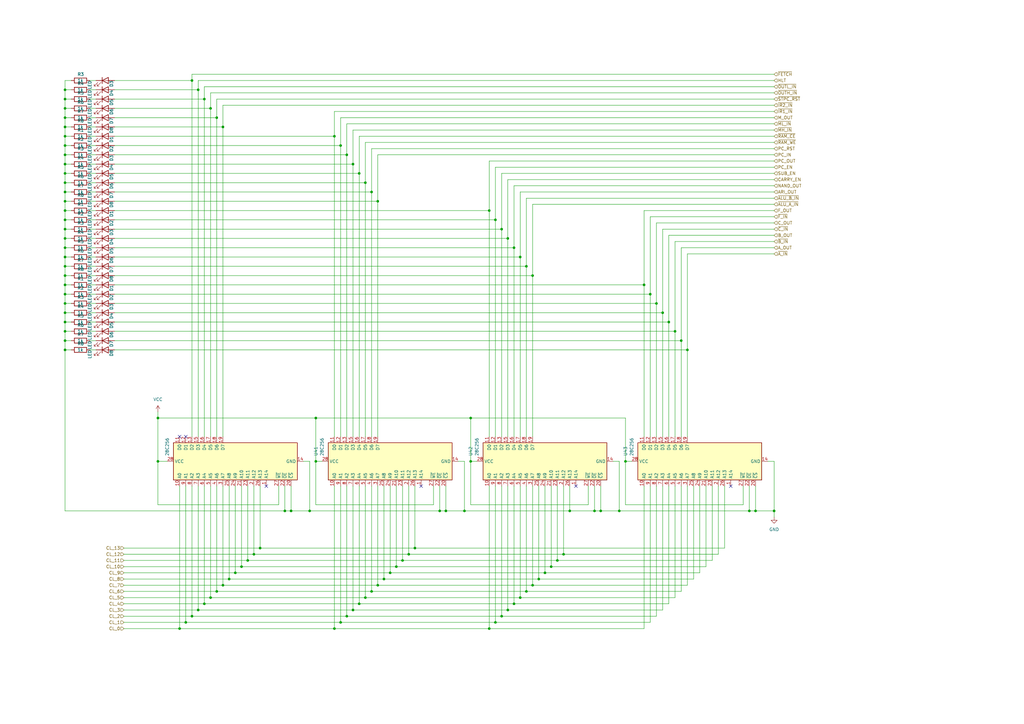
<source format=kicad_sch>
(kicad_sch (version 20230121) (generator eeschema)
  (paper "A3")
  (lib_symbols
    (symbol "Device:LED" (pin_numbers hide) (pin_names (offset 1.016) hide)
      (property "Reference" "D" (at 0 2.54 0))
      (property "Value" "LED" (at 0 -2.54 0))
      (symbol "LED_1_1"
        (pin passive line (at -3.81 0 0) (length 2.54) (name "K") (number "1"))
        (pin passive line (at 3.81 0 180) (length 2.54) (name "A") (number "2"))
      )
    )
    (symbol "Device:R" (pin_numbers hide) (pin_names (offset 0))
      (property "Reference" "R" (at 2.032 0 90))
      (property "Value" "R" (at 0 0 90))
      (symbol "R_1_1"
        (pin passive line (at 0 3.81 270) (length 1.27) (name "~") (number "1"))
        (pin passive line (at 0 -3.81 90) (length 1.27) (name "~") (number "2"))
      )
    )
    (symbol "Memory_EEPROM:28C256"
      (property "Reference" "U" (at -7.62 26.67 0))
      (property "Value" "28C256" (at 2.54 -26.67 0))
      (symbol "28C256_1_1"
        (pin input line (at -10.16 -12.7 0) (length 2.54) (name "A14") (number "1"))
        (pin input line (at -10.16 22.86 0) (length 2.54) (name "A0") (number "10"))
        (pin tri_state line (at 10.16 22.86 180) (length 2.54) (name "D0") (number "11"))
        (pin tri_state line (at 10.16 20.32 180) (length 2.54) (name "D1") (number "12"))
        (pin tri_state line (at 10.16 17.78 180) (length 2.54) (name "D2") (number "13"))
        (pin power_in line (at 0 -27.94 90) (length 2.54) (name "GND") (number "14"))
        (pin tri_state line (at 10.16 15.24 180) (length 2.54) (name "D3") (number "15"))
        (pin tri_state line (at 10.16 12.7 180) (length 2.54) (name "D4") (number "16"))
        (pin tri_state line (at 10.16 10.16 180) (length 2.54) (name "D5") (number "17"))
        (pin tri_state line (at 10.16 7.62 180) (length 2.54) (name "D6") (number "18"))
        (pin tri_state line (at 10.16 5.08 180) (length 2.54) (name "D7") (number "19"))
        (pin input line (at -10.16 -7.62 0) (length 2.54) (name "A12") (number "2"))
        (pin input line (at -10.16 -22.86 0) (length 2.54) (name "~{CS}") (number "20"))
        (pin input line (at -10.16 -2.54 0) (length 2.54) (name "A10") (number "21"))
        (pin input line (at -10.16 -20.32 0) (length 2.54) (name "~{OE}") (number "22"))
        (pin input line (at -10.16 -5.08 0) (length 2.54) (name "A11") (number "23"))
        (pin input line (at -10.16 0 0) (length 2.54) (name "A9") (number "24"))
        (pin input line (at -10.16 2.54 0) (length 2.54) (name "A8") (number "25"))
        (pin input line (at -10.16 -10.16 0) (length 2.54) (name "A13") (number "26"))
        (pin input line (at -10.16 -17.78 0) (length 2.54) (name "~{WE}") (number "27"))
        (pin power_in line (at 0 27.94 270) (length 2.54) (name "VCC") (number "28"))
        (pin input line (at -10.16 5.08 0) (length 2.54) (name "A7") (number "3"))
        (pin input line (at -10.16 7.62 0) (length 2.54) (name "A6") (number "4"))
        (pin input line (at -10.16 10.16 0) (length 2.54) (name "A5") (number "5"))
        (pin input line (at -10.16 12.7 0) (length 2.54) (name "A4") (number "6"))
        (pin input line (at -10.16 15.24 0) (length 2.54) (name "A3") (number "7"))
        (pin input line (at -10.16 17.78 0) (length 2.54) (name "A2") (number "8"))
        (pin input line (at -10.16 20.32 0) (length 2.54) (name "A1") (number "9"))
      )
    )
    (symbol "power:GND" (power) (pin_names (offset 0))
      (property "Value" "GND" (at 0 -3.81 0))
      (symbol "GND_1_1"
        (pin power_in line (at 0 0 270) (length 0) hide (name "GND") (number "1"))
      )
    )
    (symbol "power:VCC" (power) (pin_names (offset 0))
      (property "Value" "VCC" (at 0 3.81 0))
      (symbol "VCC_1_1"
        (pin power_in line (at 0 0 90) (length 0) hide (name "VCC") (number "1"))
      )
    )
  )
  (junction (at 144.78 250.19))
  (junction (at 223.52 234.95))
  (junction (at 139.7 255.27))
  (junction (at 73.66 257.81))
  (junction (at 101.6 229.87))
  (junction (at 26.67 90.17))
  (junction (at 26.67 74.93))
  (junction (at 182.88 209.55))
  (junction (at 147.32 247.65))
  (junction (at 213.36 105.41))
  (junction (at 266.7 120.65))
  (junction (at 83.82 247.65))
  (junction (at 26.67 113.03))
  (junction (at 254 209.55))
  (junction (at 228.6 229.87))
  (junction (at 26.67 93.98))
  (junction (at 129.54 189.23))
  (junction (at 218.44 240.03))
  (junction (at 96.52 234.95))
  (junction (at 119.38 209.55))
  (junction (at 152.4 242.57))
  (junction (at 210.82 247.65))
  (junction (at 127 209.55))
  (junction (at 271.78 128.27))
  (junction (at 81.28 250.19))
  (junction (at 162.56 232.41))
  (junction (at 26.67 143.51))
  (junction (at 91.44 52.07))
  (junction (at 78.74 252.73))
  (junction (at 139.7 59.69))
  (junction (at 190.5 209.55))
  (junction (at 149.86 74.93))
  (junction (at 160.02 234.95))
  (junction (at 26.67 52.07))
  (junction (at 243.84 209.55))
  (junction (at 26.67 97.79))
  (junction (at 180.34 209.55))
  (junction (at 99.06 232.41))
  (junction (at 26.67 105.41))
  (junction (at 203.2 90.17))
  (junction (at 76.2 255.27))
  (junction (at 279.4 139.7))
  (junction (at 26.67 59.69))
  (junction (at 205.74 93.98))
  (junction (at 26.67 139.7))
  (junction (at 205.74 252.73))
  (junction (at 274.32 132.08))
  (junction (at 256.54 189.23))
  (junction (at 26.67 63.5))
  (junction (at 149.86 245.11))
  (junction (at 147.32 71.12))
  (junction (at 64.77 189.23))
  (junction (at 193.04 189.23))
  (junction (at 246.38 209.55))
  (junction (at 200.66 257.81))
  (junction (at 231.14 227.33))
  (junction (at 116.84 209.55))
  (junction (at 154.94 240.03))
  (junction (at 26.67 48.26))
  (junction (at 210.82 101.6))
  (junction (at 83.82 40.64))
  (junction (at 193.04 171.45))
  (junction (at 307.34 209.55))
  (junction (at 281.94 143.51))
  (junction (at 26.67 124.46))
  (junction (at 200.66 86.36))
  (junction (at 78.74 33.02))
  (junction (at 137.16 257.81))
  (junction (at 144.78 67.31))
  (junction (at 26.67 82.55))
  (junction (at 88.9 242.57))
  (junction (at 26.67 71.12))
  (junction (at 215.9 109.22))
  (junction (at 233.68 209.55))
  (junction (at 226.06 232.41))
  (junction (at 26.67 67.31))
  (junction (at 264.16 116.84))
  (junction (at 26.67 36.83))
  (junction (at 317.5 209.55))
  (junction (at 26.67 55.88))
  (junction (at 167.64 227.33))
  (junction (at 208.28 250.19))
  (junction (at 309.88 209.55))
  (junction (at 152.4 78.74))
  (junction (at 157.48 237.49))
  (junction (at 88.9 48.26))
  (junction (at 220.98 237.49))
  (junction (at 215.9 242.57))
  (junction (at 26.67 44.45))
  (junction (at 154.94 82.55))
  (junction (at 142.24 63.5))
  (junction (at 93.98 237.49))
  (junction (at 26.67 109.22))
  (junction (at 26.67 135.89))
  (junction (at 86.36 44.45))
  (junction (at 26.67 40.64))
  (junction (at 142.24 252.73))
  (junction (at 26.67 132.08))
  (junction (at 26.67 101.6))
  (junction (at 104.14 227.33))
  (junction (at 91.44 240.03))
  (junction (at 64.77 171.45))
  (junction (at 208.28 97.79))
  (junction (at 26.67 86.36))
  (junction (at 218.44 113.03))
  (junction (at 86.36 245.11))
  (junction (at 213.36 245.11))
  (junction (at 26.67 116.84))
  (junction (at 137.16 55.88))
  (junction (at 276.86 135.89))
  (junction (at 26.67 120.65))
  (junction (at 129.54 171.45))
  (junction (at 165.1 229.87))
  (junction (at 26.67 128.27))
  (junction (at 203.2 255.27))
  (junction (at 269.24 124.46))
  (junction (at 106.68 224.79))
  (junction (at 26.67 78.74))
  (junction (at 170.18 224.79))
  (junction (at 81.28 36.83))
  (no_connect (at 236.22 199.39))
  (no_connect (at 73.66 179.07))
  (no_connect (at 172.72 199.39))
  (no_connect (at 299.72 199.39))
  (no_connect (at 109.22 199.39))
  (no_connect (at 76.2 179.07))
  (wire (pts (xy 78.74 33.02) (xy 78.74 179.07)))
  (wire (pts (xy 26.67 135.89) (xy 26.67 139.7)))
  (wire (pts (xy 29.21 55.88) (xy 26.67 55.88)))
  (wire (pts (xy 190.5 209.55) (xy 233.68 209.55)))
  (wire (pts (xy 39.37 143.51) (xy 36.83 143.51)))
  (wire (pts (xy 26.67 44.45) (xy 26.67 48.26)))
  (wire (pts (xy 271.78 128.27) (xy 271.78 93.98)))
  (wire (pts (xy 81.28 250.19) (xy 81.28 199.39)))
  (wire (pts (xy 46.99 40.64) (xy 83.82 40.64)))
  (wire (pts (xy 81.28 33.02) (xy 317.5 33.02)))
  (wire (pts (xy 317.5 91.44) (xy 269.24 91.44)))
  (wire (pts (xy 203.2 255.27) (xy 266.7 255.27)))
  (wire (pts (xy 276.86 135.89) (xy 276.86 179.07)))
  (wire (pts (xy 39.37 132.08) (xy 36.83 132.08)))
  (wire (pts (xy 162.56 199.39) (xy 162.56 232.41)))
  (wire (pts (xy 281.94 143.51) (xy 281.94 104.14)))
  (wire (pts (xy 170.18 199.39) (xy 170.18 224.79)))
  (wire (pts (xy 223.52 234.95) (xy 287.02 234.95)))
  (wire (pts (xy 317.5 78.74) (xy 213.36 78.74)))
  (wire (pts (xy 228.6 199.39) (xy 228.6 229.87)))
  (wire (pts (xy 46.99 55.88) (xy 137.16 55.88)))
  (wire (pts (xy 64.77 207.01) (xy 64.77 189.23)))
  (wire (pts (xy 39.37 113.03) (xy 36.83 113.03)))
  (wire (pts (xy 210.82 101.6) (xy 210.82 76.2)))
  (wire (pts (xy 129.54 207.01) (xy 177.8 207.01)))
  (wire (pts (xy 215.9 179.07) (xy 215.9 109.22)))
  (wire (pts (xy 215.9 199.39) (xy 215.9 242.57)))
  (wire (pts (xy 50.8 255.27) (xy 76.2 255.27)))
  (wire (pts (xy 205.74 252.73) (xy 269.24 252.73)))
  (wire (pts (xy 46.99 93.98) (xy 205.74 93.98)))
  (wire (pts (xy 276.86 99.06) (xy 317.5 99.06)))
  (wire (pts (xy 317.5 55.88) (xy 147.32 55.88)))
  (wire (pts (xy 137.16 45.72) (xy 137.16 55.88)))
  (wire (pts (xy 144.78 250.19) (xy 208.28 250.19)))
  (wire (pts (xy 208.28 73.66) (xy 208.28 97.79)))
  (wire (pts (xy 86.36 245.11) (xy 149.86 245.11)))
  (wire (pts (xy 241.3 207.01) (xy 241.3 199.39)))
  (wire (pts (xy 26.67 109.22) (xy 26.67 113.03)))
  (wire (pts (xy 29.21 128.27) (xy 26.67 128.27)))
  (wire (pts (xy 205.74 179.07) (xy 205.74 93.98)))
  (wire (pts (xy 46.99 90.17) (xy 203.2 90.17)))
  (wire (pts (xy 246.38 199.39) (xy 246.38 209.55)))
  (wire (pts (xy 46.99 82.55) (xy 154.94 82.55)))
  (wire (pts (xy 266.7 255.27) (xy 266.7 199.39)))
  (wire (pts (xy 64.77 189.23) (xy 64.77 171.45)))
  (wire (pts (xy 218.44 240.03) (xy 281.94 240.03)))
  (wire (pts (xy 26.67 52.07) (xy 29.21 52.07)))
  (wire (pts (xy 64.77 168.91) (xy 64.77 171.45)))
  (wire (pts (xy 317.5 60.96) (xy 152.4 60.96)))
  (wire (pts (xy 26.67 93.98) (xy 26.67 97.79)))
  (wire (pts (xy 317.5 212.09) (xy 317.5 209.55)))
  (wire (pts (xy 317.5 73.66) (xy 208.28 73.66)))
  (wire (pts (xy 269.24 91.44) (xy 269.24 124.46)))
  (wire (pts (xy 101.6 229.87) (xy 165.1 229.87)))
  (wire (pts (xy 144.78 67.31) (xy 144.78 53.34)))
  (wire (pts (xy 29.21 78.74) (xy 26.67 78.74)))
  (wire (pts (xy 147.32 71.12) (xy 147.32 179.07)))
  (wire (pts (xy 46.99 143.51) (xy 281.94 143.51)))
  (wire (pts (xy 39.37 93.98) (xy 36.83 93.98)))
  (wire (pts (xy 101.6 199.39) (xy 101.6 229.87)))
  (wire (pts (xy 129.54 189.23) (xy 129.54 207.01)))
  (wire (pts (xy 200.66 86.36) (xy 200.66 66.04)))
  (wire (pts (xy 193.04 171.45) (xy 193.04 189.23)))
  (wire (pts (xy 284.48 237.49) (xy 284.48 199.39)))
  (wire (pts (xy 26.67 101.6) (xy 26.67 105.41)))
  (wire (pts (xy 210.82 179.07) (xy 210.82 101.6)))
  (wire (pts (xy 29.21 74.93) (xy 26.67 74.93)))
  (wire (pts (xy 165.1 199.39) (xy 165.1 229.87)))
  (wire (pts (xy 83.82 40.64) (xy 83.82 179.07)))
  (wire (pts (xy 39.37 120.65) (xy 36.83 120.65)))
  (wire (pts (xy 50.8 245.11) (xy 86.36 245.11)))
  (wire (pts (xy 93.98 199.39) (xy 93.98 237.49)))
  (wire (pts (xy 279.4 139.7) (xy 279.4 179.07)))
  (wire (pts (xy 39.37 67.31) (xy 36.83 67.31)))
  (wire (pts (xy 46.99 78.74) (xy 152.4 78.74)))
  (wire (pts (xy 297.18 224.79) (xy 297.18 199.39)))
  (wire (pts (xy 149.86 199.39) (xy 149.86 245.11)))
  (wire (pts (xy 317.5 45.72) (xy 137.16 45.72)))
  (wire (pts (xy 200.66 66.04) (xy 317.5 66.04)))
  (wire (pts (xy 309.88 199.39) (xy 309.88 209.55)))
  (wire (pts (xy 307.34 209.55) (xy 309.88 209.55)))
  (wire (pts (xy 269.24 124.46) (xy 269.24 179.07)))
  (wire (pts (xy 205.74 71.12) (xy 317.5 71.12)))
  (wire (pts (xy 26.67 36.83) (xy 26.67 40.64)))
  (wire (pts (xy 129.54 189.23) (xy 132.08 189.23)))
  (wire (pts (xy 39.37 97.79) (xy 36.83 97.79)))
  (wire (pts (xy 317.5 30.48) (xy 78.74 30.48)))
  (wire (pts (xy 26.67 55.88) (xy 26.67 59.69)))
  (wire (pts (xy 271.78 250.19) (xy 271.78 199.39)))
  (wire (pts (xy 93.98 237.49) (xy 157.48 237.49)))
  (wire (pts (xy 317.5 50.8) (xy 142.24 50.8)))
  (wire (pts (xy 162.56 232.41) (xy 226.06 232.41)))
  (wire (pts (xy 39.37 48.26) (xy 36.83 48.26)))
  (wire (pts (xy 276.86 245.11) (xy 213.36 245.11)))
  (wire (pts (xy 127 209.55) (xy 180.34 209.55)))
  (wire (pts (xy 215.9 109.22) (xy 215.9 81.28)))
  (wire (pts (xy 29.21 105.41) (xy 26.67 105.41)))
  (wire (pts (xy 243.84 209.55) (xy 246.38 209.55)))
  (wire (pts (xy 220.98 199.39) (xy 220.98 237.49)))
  (wire (pts (xy 26.67 48.26) (xy 26.67 52.07)))
  (wire (pts (xy 139.7 48.26) (xy 317.5 48.26)))
  (wire (pts (xy 26.67 139.7) (xy 26.67 143.51)))
  (wire (pts (xy 26.67 128.27) (xy 26.67 132.08)))
  (wire (pts (xy 226.06 232.41) (xy 289.56 232.41)))
  (wire (pts (xy 266.7 179.07) (xy 266.7 120.65)))
  (wire (pts (xy 142.24 252.73) (xy 205.74 252.73)))
  (wire (pts (xy 29.21 44.45) (xy 26.67 44.45)))
  (wire (pts (xy 264.16 86.36) (xy 264.16 116.84)))
  (wire (pts (xy 39.37 44.45) (xy 36.83 44.45)))
  (wire (pts (xy 73.66 257.81) (xy 137.16 257.81)))
  (wire (pts (xy 50.8 227.33) (xy 104.14 227.33)))
  (wire (pts (xy 29.21 120.65) (xy 26.67 120.65)))
  (wire (pts (xy 200.66 179.07) (xy 200.66 86.36)))
  (wire (pts (xy 46.99 52.07) (xy 91.44 52.07)))
  (wire (pts (xy 39.37 86.36) (xy 36.83 86.36)))
  (wire (pts (xy 154.94 63.5) (xy 154.94 82.55)))
  (wire (pts (xy 210.82 76.2) (xy 317.5 76.2)))
  (wire (pts (xy 50.8 250.19) (xy 81.28 250.19)))
  (wire (pts (xy 46.99 74.93) (xy 149.86 74.93)))
  (wire (pts (xy 304.8 199.39) (xy 304.8 207.01)))
  (wire (pts (xy 274.32 247.65) (xy 274.32 199.39)))
  (wire (pts (xy 26.67 120.65) (xy 26.67 124.46)))
  (wire (pts (xy 208.28 97.79) (xy 208.28 179.07)))
  (wire (pts (xy 142.24 50.8) (xy 142.24 63.5)))
  (wire (pts (xy 142.24 252.73) (xy 142.24 199.39)))
  (wire (pts (xy 46.99 135.89) (xy 276.86 135.89)))
  (wire (pts (xy 83.82 35.56) (xy 83.82 40.64)))
  (wire (pts (xy 279.4 101.6) (xy 279.4 139.7)))
  (wire (pts (xy 264.16 257.81) (xy 264.16 199.39)))
  (wire (pts (xy 26.67 116.84) (xy 26.67 120.65)))
  (wire (pts (xy 220.98 237.49) (xy 284.48 237.49)))
  (wire (pts (xy 46.99 120.65) (xy 266.7 120.65)))
  (wire (pts (xy 99.06 199.39) (xy 99.06 232.41)))
  (wire (pts (xy 271.78 179.07) (xy 271.78 128.27)))
  (wire (pts (xy 281.94 179.07) (xy 281.94 143.51)))
  (wire (pts (xy 205.74 252.73) (xy 205.74 199.39)))
  (wire (pts (xy 144.78 179.07) (xy 144.78 67.31)))
  (wire (pts (xy 154.94 199.39) (xy 154.94 240.03)))
  (wire (pts (xy 317.5 189.23) (xy 314.96 189.23)))
  (wire (pts (xy 208.28 199.39) (xy 208.28 250.19)))
  (wire (pts (xy 129.54 171.45) (xy 193.04 171.45)))
  (wire (pts (xy 317.5 86.36) (xy 264.16 86.36)))
  (wire (pts (xy 129.54 171.45) (xy 129.54 189.23)))
  (wire (pts (xy 29.21 116.84) (xy 26.67 116.84)))
  (wire (pts (xy 271.78 93.98) (xy 317.5 93.98)))
  (wire (pts (xy 78.74 30.48) (xy 78.74 33.02)))
  (wire (pts (xy 29.21 63.5) (xy 26.67 63.5)))
  (wire (pts (xy 274.32 132.08) (xy 274.32 179.07)))
  (wire (pts (xy 26.67 105.41) (xy 26.67 109.22)))
  (wire (pts (xy 39.37 128.27) (xy 36.83 128.27)))
  (wire (pts (xy 157.48 237.49) (xy 220.98 237.49)))
  (wire (pts (xy 144.78 53.34) (xy 317.5 53.34)))
  (wire (pts (xy 243.84 199.39) (xy 243.84 209.55)))
  (wire (pts (xy 46.99 44.45) (xy 86.36 44.45)))
  (wire (pts (xy 233.68 209.55) (xy 243.84 209.55)))
  (wire (pts (xy 137.16 55.88) (xy 137.16 179.07)))
  (wire (pts (xy 26.67 67.31) (xy 26.67 71.12)))
  (wire (pts (xy 29.21 97.79) (xy 26.67 97.79)))
  (wire (pts (xy 39.37 55.88) (xy 36.83 55.88)))
  (wire (pts (xy 86.36 179.07) (xy 86.36 44.45)))
  (wire (pts (xy 29.21 86.36) (xy 26.67 86.36)))
  (wire (pts (xy 39.37 139.7) (xy 36.83 139.7)))
  (wire (pts (xy 73.66 257.81) (xy 50.8 257.81)))
  (wire (pts (xy 116.84 209.55) (xy 119.38 209.55)))
  (wire (pts (xy 50.8 252.73) (xy 78.74 252.73)))
  (wire (pts (xy 86.36 38.1) (xy 317.5 38.1)))
  (wire (pts (xy 29.21 139.7) (xy 26.67 139.7)))
  (wire (pts (xy 29.21 90.17) (xy 26.67 90.17)))
  (wire (pts (xy 46.99 59.69) (xy 139.7 59.69)))
  (wire (pts (xy 165.1 229.87) (xy 228.6 229.87)))
  (wire (pts (xy 46.99 109.22) (xy 215.9 109.22)))
  (wire (pts (xy 149.86 74.93) (xy 149.86 58.42)))
  (wire (pts (xy 106.68 199.39) (xy 106.68 224.79)))
  (wire (pts (xy 317.5 101.6) (xy 279.4 101.6)))
  (wire (pts (xy 50.8 237.49) (xy 93.98 237.49)))
  (wire (pts (xy 154.94 240.03) (xy 218.44 240.03)))
  (wire (pts (xy 149.86 58.42) (xy 317.5 58.42)))
  (wire (pts (xy 180.34 199.39) (xy 180.34 209.55)))
  (wire (pts (xy 81.28 179.07) (xy 81.28 36.83)))
  (wire (pts (xy 88.9 48.26) (xy 88.9 179.07)))
  (wire (pts (xy 39.37 63.5) (xy 36.83 63.5)))
  (wire (pts (xy 147.32 247.65) (xy 210.82 247.65)))
  (wire (pts (xy 269.24 252.73) (xy 269.24 199.39)))
  (wire (pts (xy 83.82 247.65) (xy 147.32 247.65)))
  (wire (pts (xy 254 189.23) (xy 251.46 189.23)))
  (wire (pts (xy 39.37 90.17) (xy 36.83 90.17)))
  (wire (pts (xy 182.88 199.39) (xy 182.88 209.55)))
  (wire (pts (xy 46.99 124.46) (xy 269.24 124.46)))
  (wire (pts (xy 124.46 189.23) (xy 127 189.23)))
  (wire (pts (xy 218.44 199.39) (xy 218.44 240.03)))
  (wire (pts (xy 203.2 255.27) (xy 203.2 199.39)))
  (wire (pts (xy 203.2 90.17) (xy 203.2 179.07)))
  (wire (pts (xy 81.28 250.19) (xy 144.78 250.19)))
  (wire (pts (xy 264.16 116.84) (xy 264.16 179.07)))
  (wire (pts (xy 91.44 52.07) (xy 91.44 43.18)))
  (wire (pts (xy 29.21 109.22) (xy 26.67 109.22)))
  (wire (pts (xy 137.16 257.81) (xy 137.16 199.39)))
  (wire (pts (xy 119.38 209.55) (xy 127 209.55)))
  (wire (pts (xy 114.3 199.39) (xy 114.3 207.01)))
  (wire (pts (xy 29.21 101.6) (xy 26.67 101.6)))
  (wire (pts (xy 317.5 96.52) (xy 274.32 96.52)))
  (wire (pts (xy 26.67 59.69) (xy 26.67 63.5)))
  (wire (pts (xy 39.37 59.69) (xy 36.83 59.69)))
  (wire (pts (xy 83.82 247.65) (xy 83.82 199.39)))
  (wire (pts (xy 26.67 82.55) (xy 29.21 82.55)))
  (wire (pts (xy 50.8 232.41) (xy 99.06 232.41)))
  (wire (pts (xy 152.4 78.74) (xy 152.4 179.07)))
  (wire (pts (xy 254 209.55) (xy 307.34 209.55)))
  (wire (pts (xy 309.88 209.55) (xy 317.5 209.55)))
  (wire (pts (xy 39.37 78.74) (xy 36.83 78.74)))
  (wire (pts (xy 29.21 59.69) (xy 26.67 59.69)))
  (wire (pts (xy 26.67 143.51) (xy 29.21 143.51)))
  (wire (pts (xy 256.54 171.45) (xy 256.54 189.23)))
  (wire (pts (xy 276.86 99.06) (xy 276.86 135.89)))
  (wire (pts (xy 147.32 247.65) (xy 147.32 199.39)))
  (wire (pts (xy 50.8 224.79) (xy 106.68 224.79)))
  (wire (pts (xy 46.99 116.84) (xy 264.16 116.84)))
  (wire (pts (xy 279.4 242.57) (xy 279.4 199.39)))
  (wire (pts (xy 26.67 90.17) (xy 26.67 93.98)))
  (wire (pts (xy 46.99 63.5) (xy 142.24 63.5)))
  (wire (pts (xy 218.44 113.03) (xy 218.44 179.07)))
  (wire (pts (xy 46.99 86.36) (xy 200.66 86.36)))
  (wire (pts (xy 76.2 255.27) (xy 76.2 199.39)))
  (wire (pts (xy 39.37 74.93) (xy 36.83 74.93)))
  (wire (pts (xy 26.67 113.03) (xy 26.67 116.84)))
  (wire (pts (xy 152.4 242.57) (xy 215.9 242.57)))
  (wire (pts (xy 139.7 255.27) (xy 203.2 255.27)))
  (wire (pts (xy 205.74 93.98) (xy 205.74 71.12)))
  (wire (pts (xy 46.99 132.08) (xy 274.32 132.08)))
  (wire (pts (xy 256.54 189.23) (xy 259.08 189.23)))
  (wire (pts (xy 39.37 135.89) (xy 36.83 135.89)))
  (wire (pts (xy 46.99 128.27) (xy 271.78 128.27)))
  (wire (pts (xy 246.38 209.55) (xy 254 209.55)))
  (wire (pts (xy 26.67 82.55) (xy 26.67 86.36)))
  (wire (pts (xy 78.74 252.73) (xy 142.24 252.73)))
  (wire (pts (xy 266.7 120.65) (xy 266.7 88.9)))
  (wire (pts (xy 39.37 71.12) (xy 36.83 71.12)))
  (wire (pts (xy 281.94 240.03) (xy 281.94 199.39)))
  (wire (pts (xy 160.02 234.95) (xy 223.52 234.95)))
  (wire (pts (xy 26.67 52.07) (xy 26.67 55.88)))
  (wire (pts (xy 127 189.23) (xy 127 209.55)))
  (wire (pts (xy 39.37 105.41) (xy 36.83 105.41)))
  (wire (pts (xy 213.36 78.74) (xy 213.36 105.41)))
  (wire (pts (xy 96.52 234.95) (xy 160.02 234.95)))
  (wire (pts (xy 231.14 227.33) (xy 294.64 227.33)))
  (wire (pts (xy 46.99 139.7) (xy 279.4 139.7)))
  (wire (pts (xy 167.64 199.39) (xy 167.64 227.33)))
  (wire (pts (xy 223.52 199.39) (xy 223.52 234.95)))
  (wire (pts (xy 26.67 132.08) (xy 26.67 135.89)))
  (wire (pts (xy 26.67 113.03) (xy 29.21 113.03)))
  (wire (pts (xy 76.2 255.27) (xy 139.7 255.27)))
  (wire (pts (xy 29.21 36.83) (xy 26.67 36.83)))
  (wire (pts (xy 149.86 179.07) (xy 149.86 74.93)))
  (wire (pts (xy 50.8 240.03) (xy 91.44 240.03)))
  (wire (pts (xy 281.94 104.14) (xy 317.5 104.14)))
  (wire (pts (xy 26.67 71.12) (xy 26.67 74.93)))
  (wire (pts (xy 26.67 40.64) (xy 26.67 44.45)))
  (wire (pts (xy 46.99 105.41) (xy 213.36 105.41)))
  (wire (pts (xy 39.37 124.46) (xy 36.83 124.46)))
  (wire (pts (xy 182.88 209.55) (xy 190.5 209.55)))
  (wire (pts (xy 91.44 43.18) (xy 317.5 43.18)))
  (wire (pts (xy 193.04 189.23) (xy 193.04 207.01)))
  (wire (pts (xy 292.1 229.87) (xy 292.1 199.39)))
  (wire (pts (xy 91.44 179.07) (xy 91.44 52.07)))
  (wire (pts (xy 26.67 124.46) (xy 26.67 128.27)))
  (wire (pts (xy 29.21 40.64) (xy 26.67 40.64)))
  (wire (pts (xy 294.64 227.33) (xy 294.64 199.39)))
  (wire (pts (xy 68.58 189.23) (xy 64.77 189.23)))
  (wire (pts (xy 139.7 179.07) (xy 139.7 59.69)))
  (wire (pts (xy 91.44 199.39) (xy 91.44 240.03)))
  (wire (pts (xy 46.99 33.02) (xy 78.74 33.02)))
  (wire (pts (xy 254 189.23) (xy 254 209.55)))
  (wire (pts (xy 170.18 224.79) (xy 297.18 224.79)))
  (wire (pts (xy 276.86 199.39) (xy 276.86 245.11)))
  (wire (pts (xy 46.99 71.12) (xy 147.32 71.12)))
  (wire (pts (xy 26.67 63.5) (xy 26.67 67.31)))
  (wire (pts (xy 160.02 199.39) (xy 160.02 234.95)))
  (wire (pts (xy 46.99 101.6) (xy 210.82 101.6)))
  (wire (pts (xy 139.7 255.27) (xy 139.7 199.39)))
  (wire (pts (xy 210.82 247.65) (xy 274.32 247.65)))
  (wire (pts (xy 213.36 105.41) (xy 213.36 179.07)))
  (wire (pts (xy 180.34 209.55) (xy 182.88 209.55)))
  (wire (pts (xy 26.67 86.36) (xy 26.67 90.17)))
  (wire (pts (xy 116.84 199.39) (xy 116.84 209.55)))
  (wire (pts (xy 200.66 257.81) (xy 264.16 257.81)))
  (wire (pts (xy 317.5 209.55) (xy 317.5 189.23)))
  (wire (pts (xy 215.9 242.57) (xy 279.4 242.57)))
  (wire (pts (xy 50.8 229.87) (xy 101.6 229.87)))
  (wire (pts (xy 81.28 36.83) (xy 81.28 33.02)))
  (wire (pts (xy 64.77 171.45) (xy 129.54 171.45)))
  (wire (pts (xy 114.3 207.01) (xy 64.77 207.01)))
  (wire (pts (xy 96.52 199.39) (xy 96.52 234.95)))
  (wire (pts (xy 116.84 209.55) (xy 26.67 209.55)))
  (wire (pts (xy 139.7 59.69) (xy 139.7 48.26)))
  (wire (pts (xy 152.4 60.96) (xy 152.4 78.74)))
  (wire (pts (xy 29.21 124.46) (xy 26.67 124.46)))
  (wire (pts (xy 26.67 33.02) (xy 26.67 36.83)))
  (wire (pts (xy 29.21 33.02) (xy 26.67 33.02)))
  (wire (pts (xy 39.37 40.64) (xy 36.83 40.64)))
  (wire (pts (xy 26.67 97.79) (xy 26.67 101.6)))
  (wire (pts (xy 213.36 199.39) (xy 213.36 245.11)))
  (wire (pts (xy 256.54 207.01) (xy 256.54 189.23)))
  (wire (pts (xy 29.21 67.31) (xy 26.67 67.31)))
  (wire (pts (xy 29.21 135.89) (xy 26.67 135.89)))
  (wire (pts (xy 50.8 247.65) (xy 83.82 247.65)))
  (wire (pts (xy 210.82 199.39) (xy 210.82 247.65)))
  (wire (pts (xy 289.56 232.41) (xy 289.56 199.39)))
  (wire (pts (xy 208.28 250.19) (xy 271.78 250.19)))
  (wire (pts (xy 104.14 227.33) (xy 167.64 227.33)))
  (wire (pts (xy 29.21 132.08) (xy 26.67 132.08)))
  (wire (pts (xy 226.06 199.39) (xy 226.06 232.41)))
  (wire (pts (xy 152.4 199.39) (xy 152.4 242.57)))
  (wire (pts (xy 317.5 83.82) (xy 218.44 83.82)))
  (wire (pts (xy 26.67 74.93) (xy 26.67 78.74)))
  (wire (pts (xy 167.64 227.33) (xy 231.14 227.33)))
  (wire (pts (xy 39.37 116.84) (xy 36.83 116.84)))
  (wire (pts (xy 78.74 252.73) (xy 78.74 199.39)))
  (wire (pts (xy 99.06 232.41) (xy 162.56 232.41)))
  (wire (pts (xy 274.32 96.52) (xy 274.32 132.08)))
  (wire (pts (xy 144.78 250.19) (xy 144.78 199.39)))
  (wire (pts (xy 119.38 199.39) (xy 119.38 209.55)))
  (wire (pts (xy 231.14 199.39) (xy 231.14 227.33)))
  (wire (pts (xy 88.9 242.57) (xy 152.4 242.57)))
  (wire (pts (xy 39.37 52.07) (xy 36.83 52.07)))
  (wire (pts (xy 218.44 83.82) (xy 218.44 113.03)))
  (wire (pts (xy 26.67 78.74) (xy 26.67 82.55)))
  (wire (pts (xy 46.99 48.26) (xy 88.9 48.26)))
  (wire (pts (xy 46.99 113.03) (xy 218.44 113.03)))
  (wire (pts (xy 149.86 245.11) (xy 213.36 245.11)))
  (wire (pts (xy 195.58 189.23) (xy 193.04 189.23)))
  (wire (pts (xy 50.8 234.95) (xy 96.52 234.95)))
  (wire (pts (xy 39.37 36.83) (xy 36.83 36.83)))
  (wire (pts (xy 88.9 40.64) (xy 88.9 48.26)))
  (wire (pts (xy 86.36 199.39) (xy 86.36 245.11)))
  (wire (pts (xy 46.99 36.83) (xy 81.28 36.83)))
  (wire (pts (xy 46.99 67.31) (xy 144.78 67.31)))
  (wire (pts (xy 307.34 199.39) (xy 307.34 209.55)))
  (wire (pts (xy 86.36 44.45) (xy 86.36 38.1)))
  (wire (pts (xy 39.37 33.02) (xy 36.83 33.02)))
  (wire (pts (xy 190.5 189.23) (xy 187.96 189.23)))
  (wire (pts (xy 29.21 93.98) (xy 26.67 93.98)))
  (wire (pts (xy 29.21 71.12) (xy 26.67 71.12)))
  (wire (pts (xy 137.16 257.81) (xy 200.66 257.81)))
  (wire (pts (xy 46.99 97.79) (xy 208.28 97.79)))
  (wire (pts (xy 228.6 229.87) (xy 292.1 229.87)))
  (wire (pts (xy 304.8 207.01) (xy 256.54 207.01)))
  (wire (pts (xy 317.5 68.58) (xy 203.2 68.58)))
  (wire (pts (xy 190.5 189.23) (xy 190.5 209.55)))
  (wire (pts (xy 50.8 242.57) (xy 88.9 242.57)))
  (wire (pts (xy 142.24 63.5) (xy 142.24 179.07)))
  (wire (pts (xy 215.9 81.28) (xy 317.5 81.28)))
  (wire (pts (xy 26.67 209.55) (xy 26.67 143.51)))
  (wire (pts (xy 200.66 257.81) (xy 200.66 199.39)))
  (wire (pts (xy 91.44 240.03) (xy 154.94 240.03)))
  (wire (pts (xy 266.7 88.9) (xy 317.5 88.9)))
  (wire (pts (xy 29.21 48.26) (xy 26.67 48.26)))
  (wire (pts (xy 287.02 234.95) (xy 287.02 199.39)))
  (wire (pts (xy 104.14 199.39) (xy 104.14 227.33)))
  (wire (pts (xy 177.8 207.01) (xy 177.8 199.39)))
  (wire (pts (xy 39.37 109.22) (xy 36.83 109.22)))
  (wire (pts (xy 317.5 40.64) (xy 88.9 40.64)))
  (wire (pts (xy 317.5 35.56) (xy 83.82 35.56)))
  (wire (pts (xy 106.68 224.79) (xy 170.18 224.79)))
  (wire (pts (xy 147.32 55.88) (xy 147.32 71.12)))
  (wire (pts (xy 73.66 199.39) (xy 73.66 257.81)))
  (wire (pts (xy 193.04 207.01) (xy 241.3 207.01)))
  (wire (pts (xy 203.2 68.58) (xy 203.2 90.17)))
  (wire (pts (xy 154.94 63.5) (xy 317.5 63.5)))
  (wire (pts (xy 157.48 199.39) (xy 157.48 237.49)))
  (wire (pts (xy 39.37 82.55) (xy 36.83 82.55)))
  (wire (pts (xy 154.94 82.55) (xy 154.94 179.07)))
  (wire (pts (xy 233.68 199.39) (xy 233.68 209.55)))
  (wire (pts (xy 88.9 199.39) (xy 88.9 242.57)))
  (wire (pts (xy 193.04 171.45) (xy 256.54 171.45)))
  (wire (pts (xy 39.37 101.6) (xy 36.83 101.6)))
  (hierarchical_label "~{F_IN}" (shape input) (at 317.5 88.9 0))
  (hierarchical_label "~{OUTH_IN}" (shape input) (at 317.5 38.1 0))
  (hierarchical_label "CL_4" (shape input) (at 50.8 247.65 180))
  (hierarchical_label "~{B_IN}" (shape input) (at 317.5 99.06 0))
  (hierarchical_label "CL_5" (shape input) (at 50.8 245.11 180))
  (hierarchical_label "CL_7" (shape input) (at 50.8 240.03 180))
  (hierarchical_label "NAND_OUT" (shape input) (at 317.5 76.2 0))
  (hierarchical_label "CL_1" (shape input) (at 50.8 255.27 180))
  (hierarchical_label "CL_2" (shape input) (at 50.8 252.73 180))
  (hierarchical_label "PC_RST" (shape input) (at 317.5 60.96 0))
  (hierarchical_label "CL_3" (shape input) (at 50.8 250.19 180))
  (hierarchical_label "HLT" (shape input) (at 317.5 33.02 0))
  (hierarchical_label "~{IR1_IN}" (shape input) (at 317.5 45.72 0))
  (hierarchical_label "CL_9" (shape input) (at 50.8 234.95 180))
  (hierarchical_label "~{RAM_WE}" (shape input) (at 317.5 58.42 0))
  (hierarchical_label "~{A_IN}" (shape input) (at 317.5 104.14 0))
  (hierarchical_label "~{RAM_CE}" (shape input) (at 317.5 55.88 0))
  (hierarchical_label "CL_6" (shape input) (at 50.8 242.57 180))
  (hierarchical_label "A_OUT" (shape input) (at 317.5 101.6 0))
  (hierarchical_label "C_OUT" (shape input) (at 317.5 91.44 0))
  (hierarchical_label "~{ML_IN}" (shape input) (at 317.5 50.8 0))
  (hierarchical_label "~{C_IN}" (shape input) (at 317.5 93.98 0))
  (hierarchical_label "CL_8" (shape input) (at 50.8 237.49 180))
  (hierarchical_label "CL_10" (shape input) (at 50.8 232.41 180))
  (hierarchical_label "B_OUT" (shape input) (at 317.5 96.52 0))
  (hierarchical_label "PC_IN" (shape input) (at 317.5 63.5 0))
  (hierarchical_label "~{OUTL_IN}" (shape input) (at 317.5 35.56 0))
  (hierarchical_label "CL_0" (shape input) (at 50.8 257.81 180))
  (hierarchical_label "ARI_OUT" (shape input) (at 317.5 78.74 0))
  (hierarchical_label "~{IR2_IN}" (shape input) (at 317.5 43.18 0))
  (hierarchical_label "~{STPC_RST}" (shape input) (at 317.5 40.64 0))
  (hierarchical_label "~{FETCH}" (shape input) (at 317.5 30.48 0))
  (hierarchical_label "~{MH_IN}" (shape input) (at 317.5 53.34 0))
  (hierarchical_label "M_OUT" (shape input) (at 317.5 48.26 0))
  (hierarchical_label "PC_EN" (shape input) (at 317.5 68.58 0))
  (hierarchical_label "~{ALU_B_IN}" (shape input) (at 317.5 81.28 0))
  (hierarchical_label "PC_OUT" (shape input) (at 317.5 66.04 0))
  (hierarchical_label "SUB_EN" (shape input) (at 317.5 71.12 0))
  (hierarchical_label "CL_13" (shape input) (at 50.8 224.79 180))
  (hierarchical_label "CL_12" (shape input) (at 50.8 227.33 180))
  (hierarchical_label "CARRY_EN" (shape input) (at 317.5 73.66 0))
  (hierarchical_label "~{ALU_A_IN}" (shape input) (at 317.5 83.82 0))
  (hierarchical_label "F_OUT" (shape input) (at 317.5 86.36 0))
  (hierarchical_label "CL_11" (shape input) (at 50.8 229.87 180))
  (symbol (lib_id "Memory_EEPROM:28C256") (at 96.52 189.23 90) (unit 1)
    (property "Reference" "U40" (effects hide))
    (property "Value" "28C256" (at 68.58 187.0359 0) (effects (justify left)))
    (property "Datasheet" "http://ww1.microchip.com/downloads/en/DeviceDoc/doc0006.pdf" (effects hide))
  )
  (symbol (lib_id "Device:LED") (at 43.18 132.08 0) (unit 1)
    (property "Reference" "D5" (at 45.72 132.08 90) (effects (justify right)))
    (property "Value" "LED" (at 36.83 132.08 90) (effects (justify right)))
    (instances (project "schematics" (path "" (reference "D5") (unit 1)) (path "" (reference "D13") (unit 1)) (path "" (reference "D21") (unit 1)) (path "" (reference "D85") (unit 1)) (path "" (reference "D117") (unit 1))))
  )
  (symbol (lib_id "Device:LED") (at 43.18 105.41 0) (unit 1)
    (property "Reference" "D6" (at 45.72 105.41 90) (effects (justify right)))
    (property "Value" "LED" (at 36.83 105.41 90) (effects (justify right)))
    (instances (project "schematics" (path "" (reference "D6") (unit 1)) (path "" (reference "D14") (unit 1)) (path "" (reference "D22") (unit 1)) (path "" (reference "D86") (unit 1)) (path "" (reference "D110") (unit 1))))
  )
  (symbol (lib_id "Device:R") (at 33.02 124.46 270) (unit 1)
    (property "Reference" "R3" (at 31.75 121.92 90) (effects (justify left)))
    (property "Value" "1k" (at 31.75 124.46 90) (effects (justify left)))
    (instances (project "schematics" (path "" (reference "R3") (unit 1)) (path "" (reference "R11") (unit 1)) (path "" (reference "R19") (unit 1)) (path "" (reference "R97") (unit 1)) (path "" (reference "R129") (unit 1))))
  )
  (symbol (lib_id "Device:LED") (at 43.18 52.07 0) (unit 1)
    (property "Reference" "D8" (at 45.72 52.07 90) (effects (justify right)))
    (property "Value" "LED" (at 36.83 52.07 90) (effects (justify right)))
    (instances (project "schematics" (path "" (reference "D8") (unit 1)) (path "" (reference "D16") (unit 1)) (path "" (reference "D24") (unit 1)) (path "" (reference "D88") (unit 1)) (path "" (reference "D96") (unit 1))))
  )
  (symbol (lib_id "Device:R") (at 33.02 78.74 270) (unit 1)
    (property "Reference" "R7" (at 31.75 76.2 90) (effects (justify left)))
    (property "Value" "1k" (at 31.75 78.74 90) (effects (justify left)))
    (instances (project "schematics" (path "" (reference "R7") (unit 1)) (path "" (reference "R15") (unit 1)) (path "" (reference "R23") (unit 1)) (path "" (reference "R101") (unit 1)) (path "" (reference "R117") (unit 1))))
  )
  (symbol (lib_id "Device:LED") (at 43.18 93.98 0) (unit 1)
    (property "Reference" "D3" (at 45.72 93.98 90) (effects (justify right)))
    (property "Value" "LED" (at 36.83 93.98 90) (effects (justify right)))
    (instances (project "schematics" (path "" (reference "D3") (unit 1)) (path "" (reference "D11") (unit 1)) (path "" (reference "D19") (unit 1)) (path "" (reference "D83") (unit 1)) (path "" (reference "D107") (unit 1))))
  )
  (symbol (lib_id "Device:R") (at 33.02 128.27 270) (unit 1)
    (property "Reference" "R4" (at 31.75 125.73 90) (effects (justify left)))
    (property "Value" "1k" (at 31.75 128.27 90) (effects (justify left)))
    (instances (project "schematics" (path "" (reference "R4") (unit 1)) (path "" (reference "R12") (unit 1)) (path "" (reference "R20") (unit 1)) (path "" (reference "R98") (unit 1)) (path "" (reference "R130") (unit 1))))
  )
  (symbol (lib_id "Device:R") (at 33.02 93.98 270) (unit 1)
    (property "Reference" "R3" (at 31.75 91.44 90) (effects (justify left)))
    (property "Value" "1k" (at 31.75 93.98 90) (effects (justify left)))
    (instances (project "schematics" (path "" (reference "R3") (unit 1)) (path "" (reference "R11") (unit 1)) (path "" (reference "R19") (unit 1)) (path "" (reference "R97") (unit 1)) (path "" (reference "R121") (unit 1))))
  )
  (symbol (lib_id "Memory_EEPROM:28C256") (at 223.52 189.23 90) (unit 1)
    (property "Reference" "U42" (at 193.04 187.0359 0) (effects (justify left)))
    (property "Value" "28C256" (at 195.58 187.0359 0) (effects (justify left)))
    (property "Datasheet" "http://ww1.microchip.com/downloads/en/DeviceDoc/doc0006.pdf" (effects hide))
  )
  (symbol (lib_id "Device:LED") (at 43.18 97.79 0) (unit 1)
    (property "Reference" "D4" (at 45.72 97.79 90) (effects (justify right)))
    (property "Value" "LED" (at 36.83 97.79 90) (effects (justify right)))
    (instances (project "schematics" (path "" (reference "D4") (unit 1)) (path "" (reference "D12") (unit 1)) (path "" (reference "D20") (unit 1)) (path "" (reference "D84") (unit 1)) (path "" (reference "D108") (unit 1))))
  )
  (symbol (lib_id "Device:LED") (at 43.18 124.46 0) (unit 1)
    (property "Reference" "D3" (at 45.72 124.46 90) (effects (justify right)))
    (property "Value" "LED" (at 36.83 124.46 90) (effects (justify right)))
    (instances (project "schematics" (path "" (reference "D3") (unit 1)) (path "" (reference "D11") (unit 1)) (path "" (reference "D19") (unit 1)) (path "" (reference "D83") (unit 1)) (path "" (reference "D115") (unit 1))))
  )
  (symbol (lib_id "Device:R") (at 33.02 86.36 270) (unit 1)
    (property "Reference" "R1" (at 31.75 83.82 90) (effects (justify left)))
    (property "Value" "1k" (at 31.75 86.36 90) (effects (justify left)))
    (instances (project "schematics" (path "" (reference "R1") (unit 1)) (path "" (reference "R9") (unit 1)) (path "" (reference "R17") (unit 1)) (path "" (reference "R95") (unit 1)) (path "" (reference "R119") (unit 1))))
  )
  (symbol (lib_id "Device:LED") (at 43.18 33.02 0) (unit 1)
    (property "Reference" "D3" (at 45.72 33.02 90) (effects (justify right)))
    (property "Value" "LED" (at 36.83 33.02 90) (effects (justify right)))
    (instances (project "schematics" (path "" (reference "D3") (unit 1)) (path "" (reference "D11") (unit 1)) (path "" (reference "D19") (unit 1)) (path "" (reference "D83") (unit 1)) (path "" (reference "D91") (unit 1))))
  )
  (symbol (lib_id "Device:R") (at 33.02 33.02 270) (unit 1)
    (property "Reference" "R3" (at 31.75 30.48 90) (effects (justify left)))
    (property "Value" "1k" (at 31.75 33.02 90) (effects (justify left)))
    (instances (project "schematics" (path "" (reference "R3") (unit 1)) (path "" (reference "R11") (unit 1)) (path "" (reference "R19") (unit 1)) (path "" (reference "R97") (unit 1)) (path "" (reference "R105") (unit 1))))
  )
  (symbol (lib_id "Device:R") (at 33.02 135.89 270) (unit 1)
    (property "Reference" "R6" (at 31.75 133.35 90) (effects (justify left)))
    (property "Value" "1k" (at 31.75 135.89 90) (effects (justify left)))
    (instances (project "schematics" (path "" (reference "R6") (unit 1)) (path "" (reference "R14") (unit 1)) (path "" (reference "R22") (unit 1)) (path "" (reference "R100") (unit 1)) (path "" (reference "R132") (unit 1))))
  )
  (symbol (lib_id "Device:LED") (at 43.18 109.22 0) (unit 1)
    (property "Reference" "D7" (at 45.72 109.22 90) (effects (justify right)))
    (property "Value" "LED" (at 36.83 109.22 90) (effects (justify right)))
    (instances (project "schematics" (path "" (reference "D7") (unit 1)) (path "" (reference "D15") (unit 1)) (path "" (reference "D23") (unit 1)) (path "" (reference "D87") (unit 1)) (path "" (reference "D111") (unit 1))))
  )
  (symbol (lib_id "Device:LED") (at 43.18 40.64 0) (unit 1)
    (property "Reference" "D5" (at 45.72 40.64 90) (effects (justify right)))
    (property "Value" "LED" (at 36.83 40.64 90) (effects (justify right)))
    (instances (project "schematics" (path "" (reference "D5") (unit 1)) (path "" (reference "D13") (unit 1)) (path "" (reference "D21") (unit 1)) (path "" (reference "D85") (unit 1)) (path "" (reference "D93") (unit 1))))
  )
  (symbol (lib_id "Device:R") (at 33.02 44.45 270) (unit 1)
    (property "Reference" "R6" (at 31.75 41.91 90) (effects (justify left)))
    (property "Value" "1k" (at 31.75 44.45 90) (effects (justify left)))
    (instances (project "schematics" (path "" (reference "R6") (unit 1)) (path "" (reference "R14") (unit 1)) (path "" (reference "R22") (unit 1)) (path "" (reference "R100") (unit 1)) (path "" (reference "R108") (unit 1))))
  )
  (symbol (lib_id "Device:LED") (at 43.18 128.27 0) (unit 1)
    (property "Reference" "D4" (at 45.72 128.27 90) (effects (justify right)))
    (property "Value" "LED" (at 36.83 128.27 90) (effects (justify right)))
    (instances (project "schematics" (path "" (reference "D4") (unit 1)) (path "" (reference "D12") (unit 1)) (path "" (reference "D20") (unit 1)) (path "" (reference "D84") (unit 1)) (path "" (reference "D116") (unit 1))))
  )
  (symbol (lib_id "Device:R") (at 33.02 143.51 270) (unit 1)
    (property "Reference" "R8" (at 31.75 140.97 90) (effects (justify left)))
    (property "Value" "1k" (at 31.75 143.51 90) (effects (justify left)))
    (instances (project "schematics" (path "" (reference "R8") (unit 1)) (path "" (reference "R16") (unit 1)) (path "" (reference "R24") (unit 1)) (path "" (reference "R102") (unit 1)) (path "" (reference "R134") (unit 1))))
  )
  (symbol (lib_id "Device:LED") (at 43.18 90.17 0) (unit 1)
    (property "Reference" "D2" (at 45.72 90.17 90) (effects (justify right)))
    (property "Value" "LED" (at 36.83 90.17 90) (effects (justify right)))
    (instances (project "schematics" (path "" (reference "D2") (unit 1)) (path "" (reference "D10") (unit 1)) (path "" (reference "D18") (unit 1)) (path "" (reference "D82") (unit 1)) (path "" (reference "D106") (unit 1))))
  )
  (symbol (lib_id "Device:R") (at 33.02 63.5 270) (unit 1)
    (property "Reference" "R3" (at 31.75 60.96 90) (effects (justify left)))
    (property "Value" "1k" (at 31.75 63.5 90) (effects (justify left)))
    (instances (project "schematics" (path "" (reference "R3") (unit 1)) (path "" (reference "R11") (unit 1)) (path "" (reference "R19") (unit 1)) (path "" (reference "R97") (unit 1)) (path "" (reference "R113") (unit 1))))
  )
  (symbol (lib_id "Device:R") (at 33.02 101.6 270) (unit 1)
    (property "Reference" "R5" (at 31.75 99.06 90) (effects (justify left)))
    (property "Value" "1k" (at 31.75 101.6 90) (effects (justify left)))
    (instances (project "schematics" (path "" (reference "R5") (unit 1)) (path "" (reference "R13") (unit 1)) (path "" (reference "R21") (unit 1)) (path "" (reference "R99") (unit 1)) (path "" (reference "R123") (unit 1))))
  )
  (symbol (lib_id "Device:LED") (at 43.18 139.7 0) (unit 1)
    (property "Reference" "D7" (at 45.72 139.7 90) (effects (justify right)))
    (property "Value" "LED" (at 36.83 139.7 90) (effects (justify right)))
    (instances (project "schematics" (path "" (reference "D7") (unit 1)) (path "" (reference "D15") (unit 1)) (path "" (reference "D23") (unit 1)) (path "" (reference "D87") (unit 1)) (path "" (reference "D119") (unit 1))))
  )
  (symbol (lib_id "Device:LED") (at 43.18 63.5 0) (unit 1)
    (property "Reference" "D3" (at 45.72 63.5 90) (effects (justify right)))
    (property "Value" "LED" (at 36.83 63.5 90) (effects (justify right)))
    (instances (project "schematics" (path "" (reference "D3") (unit 1)) (path "" (reference "D11") (unit 1)) (path "" (reference "D19") (unit 1)) (path "" (reference "D83") (unit 1)) (path "" (reference "D99") (unit 1))))
  )
  (symbol (lib_id "Device:R") (at 33.02 52.07 270) (unit 1)
    (property "Reference" "R8" (at 31.75 49.53 90) (effects (justify left)))
    (property "Value" "1k" (at 31.75 52.07 90) (effects (justify left)))
    (instances (project "schematics" (path "" (reference "R8") (unit 1)) (path "" (reference "R16") (unit 1)) (path "" (reference "R24") (unit 1)) (path "" (reference "R102") (unit 1)) (path "" (reference "R110") (unit 1))))
  )
  (symbol (lib_id "Device:LED") (at 43.18 86.36 0) (unit 1)
    (property "Reference" "D1" (at 45.72 86.36 90) (effects (justify right)))
    (property "Value" "LED" (at 36.83 86.36 90) (effects (justify right)))
    (instances (project "schematics" (path "" (reference "D1") (unit 1)) (path "" (reference "D9") (unit 1)) (path "" (reference "D17") (unit 1)) (path "" (reference "D81") (unit 1)) (path "" (reference "D105") (unit 1))))
  )
  (symbol (lib_id "Device:LED") (at 43.18 48.26 0) (unit 1)
    (property "Reference" "D7" (at 45.72 48.26 90) (effects (justify right)))
    (property "Value" "LED" (at 36.83 48.26 90) (effects (justify right)))
    (instances (project "schematics" (path "" (reference "D7") (unit 1)) (path "" (reference "D15") (unit 1)) (path "" (reference "D23") (unit 1)) (path "" (reference "D87") (unit 1)) (path "" (reference "D95") (unit 1))))
  )
  (symbol (lib_id "power:GND") (at 317.5 212.09 0) (unit 1)
    (property "Reference" "#PWR078" (effects hide))
    (property "Value" "GND" (at 317.5 217.17 0))
  )
  (symbol (lib_id "Device:LED") (at 43.18 135.89 0) (unit 1)
    (property "Reference" "D6" (at 45.72 135.89 90) (effects (justify right)))
    (property "Value" "LED" (at 36.83 135.89 90) (effects (justify right)))
    (instances (project "schematics" (path "" (reference "D6") (unit 1)) (path "" (reference "D14") (unit 1)) (path "" (reference "D22") (unit 1)) (path "" (reference "D86") (unit 1)) (path "" (reference "D118") (unit 1))))
  )
  (symbol (lib_id "Device:R") (at 33.02 109.22 270) (unit 1)
    (property "Reference" "R7" (at 31.75 106.68 90) (effects (justify left)))
    (property "Value" "1k" (at 31.75 109.22 90) (effects (justify left)))
    (instances (project "schematics" (path "" (reference "R7") (unit 1)) (path "" (reference "R15") (unit 1)) (path "" (reference "R23") (unit 1)) (path "" (reference "R101") (unit 1)) (path "" (reference "R125") (unit 1))))
  )
  (symbol (lib_id "Device:R") (at 33.02 132.08 270) (unit 1)
    (property "Reference" "R5" (at 31.75 129.54 90) (effects (justify left)))
    (property "Value" "1k" (at 31.75 132.08 90) (effects (justify left)))
    (instances (project "schematics" (path "" (reference "R5") (unit 1)) (path "" (reference "R13") (unit 1)) (path "" (reference "R21") (unit 1)) (path "" (reference "R99") (unit 1)) (path "" (reference "R131") (unit 1))))
  )
  (symbol (lib_id "Device:R") (at 33.02 97.79 270) (unit 1)
    (property "Reference" "R4" (at 31.75 95.25 90) (effects (justify left)))
    (property "Value" "1k" (at 31.75 97.79 90) (effects (justify left)))
    (instances (project "schematics" (path "" (reference "R4") (unit 1)) (path "" (reference "R12") (unit 1)) (path "" (reference "R20") (unit 1)) (path "" (reference "R98") (unit 1)) (path "" (reference "R122") (unit 1))))
  )
  (symbol (lib_id "Device:R") (at 33.02 113.03 270) (unit 1)
    (property "Reference" "R8" (at 31.75 110.49 90) (effects (justify left)))
    (property "Value" "1k" (at 31.75 113.03 90) (effects (justify left)))
    (instances (project "schematics" (path "" (reference "R8") (unit 1)) (path "" (reference "R16") (unit 1)) (path "" (reference "R24") (unit 1)) (path "" (reference "R102") (unit 1)) (path "" (reference "R126") (unit 1))))
  )
  (symbol (lib_id "Device:R") (at 33.02 40.64 270) (unit 1)
    (property "Reference" "R5" (at 31.75 38.1 90) (effects (justify left)))
    (property "Value" "1k" (at 31.75 40.64 90) (effects (justify left)))
    (instances (project "schematics" (path "" (reference "R5") (unit 1)) (path "" (reference "R13") (unit 1)) (path "" (reference "R21") (unit 1)) (path "" (reference "R99") (unit 1)) (path "" (reference "R107") (unit 1))))
  )
  (symbol (lib_id "Device:LED") (at 43.18 120.65 0) (unit 1)
    (property "Reference" "D2" (at 45.72 120.65 90) (effects (justify right)))
    (property "Value" "LED" (at 36.83 120.65 90) (effects (justify right)))
    (instances (project "schematics" (path "" (reference "D2") (unit 1)) (path "" (reference "D10") (unit 1)) (path "" (reference "D18") (unit 1)) (path "" (reference "D82") (unit 1)) (path "" (reference "D114") (unit 1))))
  )
  (symbol (lib_id "Device:LED") (at 43.18 55.88 0) (unit 1)
    (property "Reference" "D1" (at 45.72 55.88 90) (effects (justify right)))
    (property "Value" "LED" (at 36.83 55.88 90) (effects (justify right)))
    (instances (project "schematics" (path "" (reference "D1") (unit 1)) (path "" (reference "D9") (unit 1)) (path "" (reference "D17") (unit 1)) (path "" (reference "D81") (unit 1)) (path "" (reference "D97") (unit 1))))
  )
  (symbol (lib_id "Device:LED") (at 43.18 101.6 0) (unit 1)
    (property "Reference" "D5" (at 45.72 101.6 90) (effects (justify right)))
    (property "Value" "LED" (at 36.83 101.6 90) (effects (justify right)))
    (instances (project "schematics" (path "" (reference "D5") (unit 1)) (path "" (reference "D13") (unit 1)) (path "" (reference "D21") (unit 1)) (path "" (reference "D85") (unit 1)) (path "" (reference "D109") (unit 1))))
  )
  (symbol (lib_id "Device:R") (at 33.02 48.26 270) (unit 1)
    (property "Reference" "R7" (at 31.75 45.72 90) (effects (justify left)))
    (property "Value" "1k" (at 31.75 48.26 90) (effects (justify left)))
    (instances (project "schematics" (path "" (reference "R7") (unit 1)) (path "" (reference "R15") (unit 1)) (path "" (reference "R23") (unit 1)) (path "" (reference "R101") (unit 1)) (path "" (reference "R109") (unit 1))))
  )
  (symbol (lib_id "Device:LED") (at 43.18 74.93 0) (unit 1)
    (property "Reference" "D6" (at 45.72 74.93 90) (effects (justify right)))
    (property "Value" "LED" (at 36.83 74.93 90) (effects (justify right)))
    (instances (project "schematics" (path "" (reference "D6") (unit 1)) (path "" (reference "D14") (unit 1)) (path "" (reference "D22") (unit 1)) (path "" (reference "D86") (unit 1)) (path "" (reference "D102") (unit 1))))
  )
  (symbol (lib_id "Device:R") (at 33.02 116.84 270) (unit 1)
    (property "Reference" "R1" (at 31.75 114.3 90) (effects (justify left)))
    (property "Value" "1k" (at 31.75 116.84 90) (effects (justify left)))
    (instances (project "schematics" (path "" (reference "R1") (unit 1)) (path "" (reference "R9") (unit 1)) (path "" (reference "R17") (unit 1)) (path "" (reference "R95") (unit 1)) (path "" (reference "R127") (unit 1))))
  )
  (symbol (lib_id "Device:LED") (at 43.18 36.83 0) (unit 1)
    (property "Reference" "D4" (at 45.72 36.83 90) (effects (justify right)))
    (property "Value" "LED" (at 36.83 36.83 90) (effects (justify right)))
    (instances (project "schematics" (path "" (reference "D4") (unit 1)) (path "" (reference "D12") (unit 1)) (path "" (reference "D20") (unit 1)) (path "" (reference "D84") (unit 1)) (path "" (reference "D92") (unit 1))))
  )
  (symbol (lib_id "Device:R") (at 33.02 139.7 270) (unit 1)
    (property "Reference" "R7" (at 31.75 137.16 90) (effects (justify left)))
    (property "Value" "1k" (at 31.75 139.7 90) (effects (justify left)))
    (instances (project "schematics" (path "" (reference "R7") (unit 1)) (path "" (reference "R15") (unit 1)) (path "" (reference "R23") (unit 1)) (path "" (reference "R101") (unit 1)) (path "" (reference "R133") (unit 1))))
  )
  (symbol (lib_id "Device:R") (at 33.02 67.31 270) (unit 1)
    (property "Reference" "R4" (at 31.75 64.77 90) (effects (justify left)))
    (property "Value" "1k" (at 31.75 67.31 90) (effects (justify left)))
    (instances (project "schematics" (path "" (reference "R4") (unit 1)) (path "" (reference "R12") (unit 1)) (path "" (reference "R20") (unit 1)) (path "" (reference "R98") (unit 1)) (path "" (reference "R114") (unit 1))))
  )
  (symbol (lib_id "Device:R") (at 33.02 36.83 270) (unit 1)
    (property "Reference" "R4" (at 31.75 34.29 90) (effects (justify left)))
    (property "Value" "1k" (at 31.75 36.83 90) (effects (justify left)))
    (instances (project "schematics" (path "" (reference "R4") (unit 1)) (path "" (reference "R12") (unit 1)) (path "" (reference "R20") (unit 1)) (path "" (reference "R98") (unit 1)) (path "" (reference "R106") (unit 1))))
  )
  (symbol (lib_id "Device:R") (at 33.02 74.93 270) (unit 1)
    (property "Reference" "R6" (at 31.75 72.39 90) (effects (justify left)))
    (property "Value" "1k" (at 31.75 74.93 90) (effects (justify left)))
    (instances (project "schematics" (path "" (reference "R6") (unit 1)) (path "" (reference "R14") (unit 1)) (path "" (reference "R22") (unit 1)) (path "" (reference "R100") (unit 1)) (path "" (reference "R116") (unit 1))))
  )
  (symbol (lib_id "Device:LED") (at 43.18 78.74 0) (unit 1)
    (property "Reference" "D7" (at 45.72 78.74 90) (effects (justify right)))
    (property "Value" "LED" (at 36.83 78.74 90) (effects (justify right)))
    (instances (project "schematics" (path "" (reference "D7") (unit 1)) (path "" (reference "D15") (unit 1)) (path "" (reference "D23") (unit 1)) (path "" (reference "D87") (unit 1)) (path "" (reference "D103") (unit 1))))
  )
  (symbol (lib_id "Device:LED") (at 43.18 67.31 0) (unit 1)
    (property "Reference" "D4" (at 45.72 67.31 90) (effects (justify right)))
    (property "Value" "LED" (at 36.83 67.31 90) (effects (justify right)))
    (instances (project "schematics" (path "" (reference "D4") (unit 1)) (path "" (reference "D12") (unit 1)) (path "" (reference "D20") (unit 1)) (path "" (reference "D84") (unit 1)) (path "" (reference "D100") (unit 1))))
  )
  (symbol (lib_id "Memory_EEPROM:28C256") (at 160.02 189.23 90) (unit 1)
    (property "Reference" "U41" (at 129.54 187.0359 0) (effects (justify left)))
    (property "Value" "28C256" (at 132.08 187.0359 0) (effects (justify left)))
    (property "Datasheet" "http://ww1.microchip.com/downloads/en/DeviceDoc/doc0006.pdf" (effects hide))
  )
  (symbol (lib_id "Device:LED") (at 43.18 113.03 0) (unit 1)
    (property "Reference" "D8" (at 45.72 113.03 90) (effects (justify right)))
    (property "Value" "LED" (at 36.83 113.03 90) (effects (justify right)))
    (instances (project "schematics" (path "" (reference "D8") (unit 1)) (path "" (reference "D16") (unit 1)) (path "" (reference "D24") (unit 1)) (path "" (reference "D88") (unit 1)) (path "" (reference "D112") (unit 1))))
  )
  (symbol (lib_id "Device:R") (at 33.02 120.65 270) (unit 1)
    (property "Reference" "R2" (at 31.75 118.11 90) (effects (justify left)))
    (property "Value" "1k" (at 31.75 120.65 90) (effects (justify left)))
    (instances (project "schematics" (path "" (reference "R2") (unit 1)) (path "" (reference "R10") (unit 1)) (path "" (reference "R18") (unit 1)) (path "" (reference "R96") (unit 1)) (path "" (reference "R128") (unit 1))))
  )
  (symbol (lib_id "Device:R") (at 33.02 82.55 270) (unit 1)
    (property "Reference" "R8" (at 31.75 80.01 90) (effects (justify left)))
    (property "Value" "1k" (at 31.75 82.55 90) (effects (justify left)))
    (instances (project "schematics" (path "" (reference "R8") (unit 1)) (path "" (reference "R16") (unit 1)) (path "" (reference "R24") (unit 1)) (path "" (reference "R102") (unit 1)) (path "" (reference "R118") (unit 1))))
  )
  (symbol (lib_id "Device:LED") (at 43.18 59.69 0) (unit 1)
    (property "Reference" "D2" (at 45.72 59.69 90) (effects (justify right)))
    (property "Value" "LED" (at 36.83 59.69 90) (effects (justify right)))
    (instances (project "schematics" (path "" (reference "D2") (unit 1)) (path "" (reference "D10") (unit 1)) (path "" (reference "D18") (unit 1)) (path "" (reference "D82") (unit 1)) (path "" (reference "D98") (unit 1))))
  )
  (symbol (lib_id "Device:LED") (at 43.18 143.51 0) (unit 1)
    (property "Reference" "D8" (at 45.72 143.51 90) (effects (justify right)))
    (property "Value" "LED" (at 36.83 143.51 90) (effects (justify right)))
    (instances (project "schematics" (path "" (reference "D8") (unit 1)) (path "" (reference "D16") (unit 1)) (path "" (reference "D24") (unit 1)) (path "" (reference "D88") (unit 1)) (path "" (reference "D120") (unit 1))))
  )
  (symbol (lib_id "Device:LED") (at 43.18 71.12 0) (unit 1)
    (property "Reference" "D5" (at 45.72 71.12 90) (effects (justify right)))
    (property "Value" "LED" (at 36.83 71.12 90) (effects (justify right)))
    (instances (project "schematics" (path "" (reference "D5") (unit 1)) (path "" (reference "D13") (unit 1)) (path "" (reference "D21") (unit 1)) (path "" (reference "D85") (unit 1)) (path "" (reference "D101") (unit 1))))
  )
  (symbol (lib_id "Device:R") (at 33.02 105.41 270) (unit 1)
    (property "Reference" "R6" (at 31.75 102.87 90) (effects (justify left)))
    (property "Value" "1k" (at 31.75 105.41 90) (effects (justify left)))
    (instances (project "schematics" (path "" (reference "R6") (unit 1)) (path "" (reference "R14") (unit 1)) (path "" (reference "R22") (unit 1)) (path "" (reference "R100") (unit 1)) (path "" (reference "R124") (unit 1))))
  )
  (symbol (lib_id "Device:R") (at 33.02 71.12 270) (unit 1)
    (property "Reference" "R5" (at 31.75 68.58 90) (effects (justify left)))
    (property "Value" "1k" (at 31.75 71.12 90) (effects (justify left)))
    (instances (project "schematics" (path "" (reference "R5") (unit 1)) (path "" (reference "R13") (unit 1)) (path "" (reference "R21") (unit 1)) (path "" (reference "R99") (unit 1)) (path "" (reference "R115") (unit 1))))
  )
  (symbol (lib_id "Device:LED") (at 43.18 116.84 0) (unit 1)
    (property "Reference" "D1" (at 45.72 116.84 90) (effects (justify right)))
    (property "Value" "LED" (at 36.83 116.84 90) (effects (justify right)))
    (instances (project "schematics" (path "" (reference "D1") (unit 1)) (path "" (reference "D9") (unit 1)) (path "" (reference "D17") (unit 1)) (path "" (reference "D81") (unit 1)) (path "" (reference "D113") (unit 1))))
  )
  (symbol (lib_id "Memory_EEPROM:28C256") (at 287.02 189.23 90) (unit 1)
    (property "Reference" "U43" (at 256.54 187.0359 0) (effects (justify left)))
    (property "Value" "28C256" (at 259.08 187.0359 0) (effects (justify left)))
    (property "Datasheet" "http://ww1.microchip.com/downloads/en/DeviceDoc/doc0006.pdf" (effects hide))
  )
  (symbol (lib_id "power:VCC") (at 64.77 168.91 0) (unit 1)
    (property "Reference" "#PWR077" (effects hide))
    (property "Value" "VCC" (at 64.77 163.83 0))
  )
  (symbol (lib_id "Device:LED") (at 43.18 44.45 0) (unit 1)
    (property "Reference" "D6" (at 45.72 44.45 90) (effects (justify right)))
    (property "Value" "LED" (at 36.83 44.45 90) (effects (justify right)))
    (instances (project "schematics" (path "" (reference "D6") (unit 1)) (path "" (reference "D14") (unit 1)) (path "" (reference "D22") (unit 1)) (path "" (reference "D86") (unit 1)) (path "" (reference "D94") (unit 1))))
  )
  (symbol (lib_id "Device:R") (at 33.02 59.69 270) (unit 1)
    (property "Reference" "R2" (at 31.75 57.15 90) (effects (justify left)))
    (property "Value" "1k" (at 31.75 59.69 90) (effects (justify left)))
    (instances (project "schematics" (path "" (reference "R2") (unit 1)) (path "" (reference "R10") (unit 1)) (path "" (reference "R18") (unit 1)) (path "" (reference "R96") (unit 1)) (path "" (reference "R112") (unit 1))))
  )
  (symbol (lib_id "Device:LED") (at 43.18 82.55 0) (unit 1)
    (property "Reference" "D8" (at 45.72 82.55 90) (effects (justify right)))
    (property "Value" "LED" (at 36.83 82.55 90) (effects (justify right)))
    (instances (project "schematics" (path "" (reference "D8") (unit 1)) (path "" (reference "D16") (unit 1)) (path "" (reference "D24") (unit 1)) (path "" (reference "D88") (unit 1)) (path "" (reference "D104") (unit 1))))
  )
  (symbol (lib_id "Device:R") (at 33.02 55.88 270) (unit 1)
    (property "Reference" "R1" (at 31.75 53.34 90) (effects (justify left)))
    (property "Value" "1k" (at 31.75 55.88 90) (effects (justify left)))
    (instances (project "schematics" (path "" (reference "R1") (unit 1)) (path "" (reference "R9") (unit 1)) (path "" (reference "R17") (unit 1)) (path "" (reference "R95") (unit 1)) (path "" (reference "R111") (unit 1))))
  )
  (symbol (lib_id "Device:R") (at 33.02 90.17 270) (unit 1)
    (property "Reference" "R2" (at 31.75 87.63 90) (effects (justify left)))
    (property "Value" "1k" (at 31.75 90.17 90) (effects (justify left)))
    (instances (project "schematics" (path "" (reference "R2") (unit 1)) (path "" (reference "R10") (unit 1)) (path "" (reference "R18") (unit 1)) (path "" (reference "R96") (unit 1)) (path "" (reference "R120") (unit 1))))
  )
)
</source>
